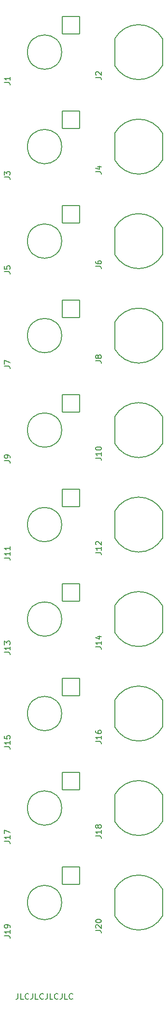
<source format=gto>
G04 #@! TF.GenerationSoftware,KiCad,Pcbnew,8.0.3*
G04 #@! TF.CreationDate,2024-06-29T16:07:53+02:00*
G04 #@! TF.ProjectId,DMH_Adapter_Mult_PCB,444d485f-4164-4617-9074-65725f4d756c,1*
G04 #@! TF.SameCoordinates,Original*
G04 #@! TF.FileFunction,Legend,Top*
G04 #@! TF.FilePolarity,Positive*
%FSLAX46Y46*%
G04 Gerber Fmt 4.6, Leading zero omitted, Abs format (unit mm)*
G04 Created by KiCad (PCBNEW 8.0.3) date 2024-06-29 16:07:53*
%MOMM*%
%LPD*%
G01*
G04 APERTURE LIST*
G04 Aperture macros list*
%AMRoundRect*
0 Rectangle with rounded corners*
0 $1 Rounding radius*
0 $2 $3 $4 $5 $6 $7 $8 $9 X,Y pos of 4 corners*
0 Add a 4 corners polygon primitive as box body*
4,1,4,$2,$3,$4,$5,$6,$7,$8,$9,$2,$3,0*
0 Add four circle primitives for the rounded corners*
1,1,$1+$1,$2,$3*
1,1,$1+$1,$4,$5*
1,1,$1+$1,$6,$7*
1,1,$1+$1,$8,$9*
0 Add four rect primitives between the rounded corners*
20,1,$1+$1,$2,$3,$4,$5,0*
20,1,$1+$1,$4,$5,$6,$7,0*
20,1,$1+$1,$6,$7,$8,$9,0*
20,1,$1+$1,$8,$9,$2,$3,0*%
%AMHorizOval*
0 Thick line with rounded ends*
0 $1 width*
0 $2 $3 position (X,Y) of the first rounded end (center of the circle)*
0 $4 $5 position (X,Y) of the second rounded end (center of the circle)*
0 Add line between two ends*
20,1,$1,$2,$3,$4,$5,0*
0 Add two circle primitives to create the rounded ends*
1,1,$1,$2,$3*
1,1,$1,$4,$5*%
G04 Aperture macros list end*
%ADD10C,0.150000*%
%ADD11RoundRect,0.102000X1.500000X-1.500000X1.500000X1.500000X-1.500000X1.500000X-1.500000X-1.500000X0*%
%ADD12C,3.204000*%
%ADD13C,2.304000*%
%ADD14HorizOval,1.712000X-0.533159X0.533159X0.533159X-0.533159X0*%
%ADD15O,3.220000X1.712000*%
%ADD16O,1.712000X3.220000*%
%ADD17R,1.700000X1.700000*%
%ADD18O,1.700000X1.700000*%
%ADD19RoundRect,0.250000X0.600000X0.600000X-0.600000X0.600000X-0.600000X-0.600000X0.600000X-0.600000X0*%
%ADD20C,1.700000*%
G04 APERTURE END LIST*
D10*
X67855951Y-217379819D02*
X67855951Y-218094104D01*
X67855951Y-218094104D02*
X67808332Y-218236961D01*
X67808332Y-218236961D02*
X67713094Y-218332200D01*
X67713094Y-218332200D02*
X67570237Y-218379819D01*
X67570237Y-218379819D02*
X67474999Y-218379819D01*
X68808332Y-218379819D02*
X68332142Y-218379819D01*
X68332142Y-218379819D02*
X68332142Y-217379819D01*
X69713094Y-218284580D02*
X69665475Y-218332200D01*
X69665475Y-218332200D02*
X69522618Y-218379819D01*
X69522618Y-218379819D02*
X69427380Y-218379819D01*
X69427380Y-218379819D02*
X69284523Y-218332200D01*
X69284523Y-218332200D02*
X69189285Y-218236961D01*
X69189285Y-218236961D02*
X69141666Y-218141723D01*
X69141666Y-218141723D02*
X69094047Y-217951247D01*
X69094047Y-217951247D02*
X69094047Y-217808390D01*
X69094047Y-217808390D02*
X69141666Y-217617914D01*
X69141666Y-217617914D02*
X69189285Y-217522676D01*
X69189285Y-217522676D02*
X69284523Y-217427438D01*
X69284523Y-217427438D02*
X69427380Y-217379819D01*
X69427380Y-217379819D02*
X69522618Y-217379819D01*
X69522618Y-217379819D02*
X69665475Y-217427438D01*
X69665475Y-217427438D02*
X69713094Y-217475057D01*
X70427380Y-217379819D02*
X70427380Y-218094104D01*
X70427380Y-218094104D02*
X70379761Y-218236961D01*
X70379761Y-218236961D02*
X70284523Y-218332200D01*
X70284523Y-218332200D02*
X70141666Y-218379819D01*
X70141666Y-218379819D02*
X70046428Y-218379819D01*
X71379761Y-218379819D02*
X70903571Y-218379819D01*
X70903571Y-218379819D02*
X70903571Y-217379819D01*
X72284523Y-218284580D02*
X72236904Y-218332200D01*
X72236904Y-218332200D02*
X72094047Y-218379819D01*
X72094047Y-218379819D02*
X71998809Y-218379819D01*
X71998809Y-218379819D02*
X71855952Y-218332200D01*
X71855952Y-218332200D02*
X71760714Y-218236961D01*
X71760714Y-218236961D02*
X71713095Y-218141723D01*
X71713095Y-218141723D02*
X71665476Y-217951247D01*
X71665476Y-217951247D02*
X71665476Y-217808390D01*
X71665476Y-217808390D02*
X71713095Y-217617914D01*
X71713095Y-217617914D02*
X71760714Y-217522676D01*
X71760714Y-217522676D02*
X71855952Y-217427438D01*
X71855952Y-217427438D02*
X71998809Y-217379819D01*
X71998809Y-217379819D02*
X72094047Y-217379819D01*
X72094047Y-217379819D02*
X72236904Y-217427438D01*
X72236904Y-217427438D02*
X72284523Y-217475057D01*
X72998809Y-217379819D02*
X72998809Y-218094104D01*
X72998809Y-218094104D02*
X72951190Y-218236961D01*
X72951190Y-218236961D02*
X72855952Y-218332200D01*
X72855952Y-218332200D02*
X72713095Y-218379819D01*
X72713095Y-218379819D02*
X72617857Y-218379819D01*
X73951190Y-218379819D02*
X73475000Y-218379819D01*
X73475000Y-218379819D02*
X73475000Y-217379819D01*
X74855952Y-218284580D02*
X74808333Y-218332200D01*
X74808333Y-218332200D02*
X74665476Y-218379819D01*
X74665476Y-218379819D02*
X74570238Y-218379819D01*
X74570238Y-218379819D02*
X74427381Y-218332200D01*
X74427381Y-218332200D02*
X74332143Y-218236961D01*
X74332143Y-218236961D02*
X74284524Y-218141723D01*
X74284524Y-218141723D02*
X74236905Y-217951247D01*
X74236905Y-217951247D02*
X74236905Y-217808390D01*
X74236905Y-217808390D02*
X74284524Y-217617914D01*
X74284524Y-217617914D02*
X74332143Y-217522676D01*
X74332143Y-217522676D02*
X74427381Y-217427438D01*
X74427381Y-217427438D02*
X74570238Y-217379819D01*
X74570238Y-217379819D02*
X74665476Y-217379819D01*
X74665476Y-217379819D02*
X74808333Y-217427438D01*
X74808333Y-217427438D02*
X74855952Y-217475057D01*
X75570238Y-217379819D02*
X75570238Y-218094104D01*
X75570238Y-218094104D02*
X75522619Y-218236961D01*
X75522619Y-218236961D02*
X75427381Y-218332200D01*
X75427381Y-218332200D02*
X75284524Y-218379819D01*
X75284524Y-218379819D02*
X75189286Y-218379819D01*
X76522619Y-218379819D02*
X76046429Y-218379819D01*
X76046429Y-218379819D02*
X76046429Y-217379819D01*
X77427381Y-218284580D02*
X77379762Y-218332200D01*
X77379762Y-218332200D02*
X77236905Y-218379819D01*
X77236905Y-218379819D02*
X77141667Y-218379819D01*
X77141667Y-218379819D02*
X76998810Y-218332200D01*
X76998810Y-218332200D02*
X76903572Y-218236961D01*
X76903572Y-218236961D02*
X76855953Y-218141723D01*
X76855953Y-218141723D02*
X76808334Y-217951247D01*
X76808334Y-217951247D02*
X76808334Y-217808390D01*
X76808334Y-217808390D02*
X76855953Y-217617914D01*
X76855953Y-217617914D02*
X76903572Y-217522676D01*
X76903572Y-217522676D02*
X76998810Y-217427438D01*
X76998810Y-217427438D02*
X77141667Y-217379819D01*
X77141667Y-217379819D02*
X77236905Y-217379819D01*
X77236905Y-217379819D02*
X77379762Y-217427438D01*
X77379762Y-217427438D02*
X77427381Y-217475057D01*
X65454819Y-58333333D02*
X66169104Y-58333333D01*
X66169104Y-58333333D02*
X66311961Y-58380952D01*
X66311961Y-58380952D02*
X66407200Y-58476190D01*
X66407200Y-58476190D02*
X66454819Y-58619047D01*
X66454819Y-58619047D02*
X66454819Y-58714285D01*
X66454819Y-57333333D02*
X66454819Y-57904761D01*
X66454819Y-57619047D02*
X65454819Y-57619047D01*
X65454819Y-57619047D02*
X65597676Y-57714285D01*
X65597676Y-57714285D02*
X65692914Y-57809523D01*
X65692914Y-57809523D02*
X65740533Y-57904761D01*
X65454819Y-91333333D02*
X66169104Y-91333333D01*
X66169104Y-91333333D02*
X66311961Y-91380952D01*
X66311961Y-91380952D02*
X66407200Y-91476190D01*
X66407200Y-91476190D02*
X66454819Y-91619047D01*
X66454819Y-91619047D02*
X66454819Y-91714285D01*
X65454819Y-90380952D02*
X65454819Y-90857142D01*
X65454819Y-90857142D02*
X65931009Y-90904761D01*
X65931009Y-90904761D02*
X65883390Y-90857142D01*
X65883390Y-90857142D02*
X65835771Y-90761904D01*
X65835771Y-90761904D02*
X65835771Y-90523809D01*
X65835771Y-90523809D02*
X65883390Y-90428571D01*
X65883390Y-90428571D02*
X65931009Y-90380952D01*
X65931009Y-90380952D02*
X66026247Y-90333333D01*
X66026247Y-90333333D02*
X66264342Y-90333333D01*
X66264342Y-90333333D02*
X66359580Y-90380952D01*
X66359580Y-90380952D02*
X66407200Y-90428571D01*
X66407200Y-90428571D02*
X66454819Y-90523809D01*
X66454819Y-90523809D02*
X66454819Y-90761904D01*
X66454819Y-90761904D02*
X66407200Y-90857142D01*
X66407200Y-90857142D02*
X66359580Y-90904761D01*
X65454819Y-174309523D02*
X66169104Y-174309523D01*
X66169104Y-174309523D02*
X66311961Y-174357142D01*
X66311961Y-174357142D02*
X66407200Y-174452380D01*
X66407200Y-174452380D02*
X66454819Y-174595237D01*
X66454819Y-174595237D02*
X66454819Y-174690475D01*
X66454819Y-173309523D02*
X66454819Y-173880951D01*
X66454819Y-173595237D02*
X65454819Y-173595237D01*
X65454819Y-173595237D02*
X65597676Y-173690475D01*
X65597676Y-173690475D02*
X65692914Y-173785713D01*
X65692914Y-173785713D02*
X65740533Y-173880951D01*
X65454819Y-172404761D02*
X65454819Y-172880951D01*
X65454819Y-172880951D02*
X65931009Y-172928570D01*
X65931009Y-172928570D02*
X65883390Y-172880951D01*
X65883390Y-172880951D02*
X65835771Y-172785713D01*
X65835771Y-172785713D02*
X65835771Y-172547618D01*
X65835771Y-172547618D02*
X65883390Y-172452380D01*
X65883390Y-172452380D02*
X65931009Y-172404761D01*
X65931009Y-172404761D02*
X66026247Y-172357142D01*
X66026247Y-172357142D02*
X66264342Y-172357142D01*
X66264342Y-172357142D02*
X66359580Y-172404761D01*
X66359580Y-172404761D02*
X66407200Y-172452380D01*
X66407200Y-172452380D02*
X66454819Y-172547618D01*
X66454819Y-172547618D02*
X66454819Y-172785713D01*
X66454819Y-172785713D02*
X66407200Y-172880951D01*
X66407200Y-172880951D02*
X66359580Y-172928570D01*
X65454819Y-124333333D02*
X66169104Y-124333333D01*
X66169104Y-124333333D02*
X66311961Y-124380952D01*
X66311961Y-124380952D02*
X66407200Y-124476190D01*
X66407200Y-124476190D02*
X66454819Y-124619047D01*
X66454819Y-124619047D02*
X66454819Y-124714285D01*
X66454819Y-123809523D02*
X66454819Y-123619047D01*
X66454819Y-123619047D02*
X66407200Y-123523809D01*
X66407200Y-123523809D02*
X66359580Y-123476190D01*
X66359580Y-123476190D02*
X66216723Y-123380952D01*
X66216723Y-123380952D02*
X66026247Y-123333333D01*
X66026247Y-123333333D02*
X65645295Y-123333333D01*
X65645295Y-123333333D02*
X65550057Y-123380952D01*
X65550057Y-123380952D02*
X65502438Y-123428571D01*
X65502438Y-123428571D02*
X65454819Y-123523809D01*
X65454819Y-123523809D02*
X65454819Y-123714285D01*
X65454819Y-123714285D02*
X65502438Y-123809523D01*
X65502438Y-123809523D02*
X65550057Y-123857142D01*
X65550057Y-123857142D02*
X65645295Y-123904761D01*
X65645295Y-123904761D02*
X65883390Y-123904761D01*
X65883390Y-123904761D02*
X65978628Y-123857142D01*
X65978628Y-123857142D02*
X66026247Y-123809523D01*
X66026247Y-123809523D02*
X66073866Y-123714285D01*
X66073866Y-123714285D02*
X66073866Y-123523809D01*
X66073866Y-123523809D02*
X66026247Y-123428571D01*
X66026247Y-123428571D02*
X65978628Y-123380952D01*
X65978628Y-123380952D02*
X65883390Y-123333333D01*
X65454819Y-207309523D02*
X66169104Y-207309523D01*
X66169104Y-207309523D02*
X66311961Y-207357142D01*
X66311961Y-207357142D02*
X66407200Y-207452380D01*
X66407200Y-207452380D02*
X66454819Y-207595237D01*
X66454819Y-207595237D02*
X66454819Y-207690475D01*
X66454819Y-206309523D02*
X66454819Y-206880951D01*
X66454819Y-206595237D02*
X65454819Y-206595237D01*
X65454819Y-206595237D02*
X65597676Y-206690475D01*
X65597676Y-206690475D02*
X65692914Y-206785713D01*
X65692914Y-206785713D02*
X65740533Y-206880951D01*
X66454819Y-205833332D02*
X66454819Y-205642856D01*
X66454819Y-205642856D02*
X66407200Y-205547618D01*
X66407200Y-205547618D02*
X66359580Y-205499999D01*
X66359580Y-205499999D02*
X66216723Y-205404761D01*
X66216723Y-205404761D02*
X66026247Y-205357142D01*
X66026247Y-205357142D02*
X65645295Y-205357142D01*
X65645295Y-205357142D02*
X65550057Y-205404761D01*
X65550057Y-205404761D02*
X65502438Y-205452380D01*
X65502438Y-205452380D02*
X65454819Y-205547618D01*
X65454819Y-205547618D02*
X65454819Y-205738094D01*
X65454819Y-205738094D02*
X65502438Y-205833332D01*
X65502438Y-205833332D02*
X65550057Y-205880951D01*
X65550057Y-205880951D02*
X65645295Y-205928570D01*
X65645295Y-205928570D02*
X65883390Y-205928570D01*
X65883390Y-205928570D02*
X65978628Y-205880951D01*
X65978628Y-205880951D02*
X66026247Y-205833332D01*
X66026247Y-205833332D02*
X66073866Y-205738094D01*
X66073866Y-205738094D02*
X66073866Y-205547618D01*
X66073866Y-205547618D02*
X66026247Y-205452380D01*
X66026247Y-205452380D02*
X65978628Y-205404761D01*
X65978628Y-205404761D02*
X65883390Y-205357142D01*
X65454819Y-107833333D02*
X66169104Y-107833333D01*
X66169104Y-107833333D02*
X66311961Y-107880952D01*
X66311961Y-107880952D02*
X66407200Y-107976190D01*
X66407200Y-107976190D02*
X66454819Y-108119047D01*
X66454819Y-108119047D02*
X66454819Y-108214285D01*
X65454819Y-107452380D02*
X65454819Y-106785714D01*
X65454819Y-106785714D02*
X66454819Y-107214285D01*
X65454819Y-190809523D02*
X66169104Y-190809523D01*
X66169104Y-190809523D02*
X66311961Y-190857142D01*
X66311961Y-190857142D02*
X66407200Y-190952380D01*
X66407200Y-190952380D02*
X66454819Y-191095237D01*
X66454819Y-191095237D02*
X66454819Y-191190475D01*
X66454819Y-189809523D02*
X66454819Y-190380951D01*
X66454819Y-190095237D02*
X65454819Y-190095237D01*
X65454819Y-190095237D02*
X65597676Y-190190475D01*
X65597676Y-190190475D02*
X65692914Y-190285713D01*
X65692914Y-190285713D02*
X65740533Y-190380951D01*
X65454819Y-189476189D02*
X65454819Y-188809523D01*
X65454819Y-188809523D02*
X66454819Y-189238094D01*
X65454819Y-157809523D02*
X66169104Y-157809523D01*
X66169104Y-157809523D02*
X66311961Y-157857142D01*
X66311961Y-157857142D02*
X66407200Y-157952380D01*
X66407200Y-157952380D02*
X66454819Y-158095237D01*
X66454819Y-158095237D02*
X66454819Y-158190475D01*
X66454819Y-156809523D02*
X66454819Y-157380951D01*
X66454819Y-157095237D02*
X65454819Y-157095237D01*
X65454819Y-157095237D02*
X65597676Y-157190475D01*
X65597676Y-157190475D02*
X65692914Y-157285713D01*
X65692914Y-157285713D02*
X65740533Y-157380951D01*
X65454819Y-156476189D02*
X65454819Y-155857142D01*
X65454819Y-155857142D02*
X65835771Y-156190475D01*
X65835771Y-156190475D02*
X65835771Y-156047618D01*
X65835771Y-156047618D02*
X65883390Y-155952380D01*
X65883390Y-155952380D02*
X65931009Y-155904761D01*
X65931009Y-155904761D02*
X66026247Y-155857142D01*
X66026247Y-155857142D02*
X66264342Y-155857142D01*
X66264342Y-155857142D02*
X66359580Y-155904761D01*
X66359580Y-155904761D02*
X66407200Y-155952380D01*
X66407200Y-155952380D02*
X66454819Y-156047618D01*
X66454819Y-156047618D02*
X66454819Y-156333332D01*
X66454819Y-156333332D02*
X66407200Y-156428570D01*
X66407200Y-156428570D02*
X66359580Y-156476189D01*
X65454819Y-141309523D02*
X66169104Y-141309523D01*
X66169104Y-141309523D02*
X66311961Y-141357142D01*
X66311961Y-141357142D02*
X66407200Y-141452380D01*
X66407200Y-141452380D02*
X66454819Y-141595237D01*
X66454819Y-141595237D02*
X66454819Y-141690475D01*
X66454819Y-140309523D02*
X66454819Y-140880951D01*
X66454819Y-140595237D02*
X65454819Y-140595237D01*
X65454819Y-140595237D02*
X65597676Y-140690475D01*
X65597676Y-140690475D02*
X65692914Y-140785713D01*
X65692914Y-140785713D02*
X65740533Y-140880951D01*
X66454819Y-139357142D02*
X66454819Y-139928570D01*
X66454819Y-139642856D02*
X65454819Y-139642856D01*
X65454819Y-139642856D02*
X65597676Y-139738094D01*
X65597676Y-139738094D02*
X65692914Y-139833332D01*
X65692914Y-139833332D02*
X65740533Y-139928570D01*
X65454819Y-74833333D02*
X66169104Y-74833333D01*
X66169104Y-74833333D02*
X66311961Y-74880952D01*
X66311961Y-74880952D02*
X66407200Y-74976190D01*
X66407200Y-74976190D02*
X66454819Y-75119047D01*
X66454819Y-75119047D02*
X66454819Y-75214285D01*
X65454819Y-74452380D02*
X65454819Y-73833333D01*
X65454819Y-73833333D02*
X65835771Y-74166666D01*
X65835771Y-74166666D02*
X65835771Y-74023809D01*
X65835771Y-74023809D02*
X65883390Y-73928571D01*
X65883390Y-73928571D02*
X65931009Y-73880952D01*
X65931009Y-73880952D02*
X66026247Y-73833333D01*
X66026247Y-73833333D02*
X66264342Y-73833333D01*
X66264342Y-73833333D02*
X66359580Y-73880952D01*
X66359580Y-73880952D02*
X66407200Y-73928571D01*
X66407200Y-73928571D02*
X66454819Y-74023809D01*
X66454819Y-74023809D02*
X66454819Y-74309523D01*
X66454819Y-74309523D02*
X66407200Y-74404761D01*
X66407200Y-74404761D02*
X66359580Y-74452380D01*
X81454819Y-57408333D02*
X82169104Y-57408333D01*
X82169104Y-57408333D02*
X82311961Y-57455952D01*
X82311961Y-57455952D02*
X82407200Y-57551190D01*
X82407200Y-57551190D02*
X82454819Y-57694047D01*
X82454819Y-57694047D02*
X82454819Y-57789285D01*
X81550057Y-56979761D02*
X81502438Y-56932142D01*
X81502438Y-56932142D02*
X81454819Y-56836904D01*
X81454819Y-56836904D02*
X81454819Y-56598809D01*
X81454819Y-56598809D02*
X81502438Y-56503571D01*
X81502438Y-56503571D02*
X81550057Y-56455952D01*
X81550057Y-56455952D02*
X81645295Y-56408333D01*
X81645295Y-56408333D02*
X81740533Y-56408333D01*
X81740533Y-56408333D02*
X81883390Y-56455952D01*
X81883390Y-56455952D02*
X82454819Y-57027380D01*
X82454819Y-57027380D02*
X82454819Y-56408333D01*
X81454819Y-90408333D02*
X82169104Y-90408333D01*
X82169104Y-90408333D02*
X82311961Y-90455952D01*
X82311961Y-90455952D02*
X82407200Y-90551190D01*
X82407200Y-90551190D02*
X82454819Y-90694047D01*
X82454819Y-90694047D02*
X82454819Y-90789285D01*
X81454819Y-89503571D02*
X81454819Y-89694047D01*
X81454819Y-89694047D02*
X81502438Y-89789285D01*
X81502438Y-89789285D02*
X81550057Y-89836904D01*
X81550057Y-89836904D02*
X81692914Y-89932142D01*
X81692914Y-89932142D02*
X81883390Y-89979761D01*
X81883390Y-89979761D02*
X82264342Y-89979761D01*
X82264342Y-89979761D02*
X82359580Y-89932142D01*
X82359580Y-89932142D02*
X82407200Y-89884523D01*
X82407200Y-89884523D02*
X82454819Y-89789285D01*
X82454819Y-89789285D02*
X82454819Y-89598809D01*
X82454819Y-89598809D02*
X82407200Y-89503571D01*
X82407200Y-89503571D02*
X82359580Y-89455952D01*
X82359580Y-89455952D02*
X82264342Y-89408333D01*
X82264342Y-89408333D02*
X82026247Y-89408333D01*
X82026247Y-89408333D02*
X81931009Y-89455952D01*
X81931009Y-89455952D02*
X81883390Y-89503571D01*
X81883390Y-89503571D02*
X81835771Y-89598809D01*
X81835771Y-89598809D02*
X81835771Y-89789285D01*
X81835771Y-89789285D02*
X81883390Y-89884523D01*
X81883390Y-89884523D02*
X81931009Y-89932142D01*
X81931009Y-89932142D02*
X82026247Y-89979761D01*
X81454819Y-206384523D02*
X82169104Y-206384523D01*
X82169104Y-206384523D02*
X82311961Y-206432142D01*
X82311961Y-206432142D02*
X82407200Y-206527380D01*
X82407200Y-206527380D02*
X82454819Y-206670237D01*
X82454819Y-206670237D02*
X82454819Y-206765475D01*
X81550057Y-205955951D02*
X81502438Y-205908332D01*
X81502438Y-205908332D02*
X81454819Y-205813094D01*
X81454819Y-205813094D02*
X81454819Y-205574999D01*
X81454819Y-205574999D02*
X81502438Y-205479761D01*
X81502438Y-205479761D02*
X81550057Y-205432142D01*
X81550057Y-205432142D02*
X81645295Y-205384523D01*
X81645295Y-205384523D02*
X81740533Y-205384523D01*
X81740533Y-205384523D02*
X81883390Y-205432142D01*
X81883390Y-205432142D02*
X82454819Y-206003570D01*
X82454819Y-206003570D02*
X82454819Y-205384523D01*
X81454819Y-204765475D02*
X81454819Y-204670237D01*
X81454819Y-204670237D02*
X81502438Y-204574999D01*
X81502438Y-204574999D02*
X81550057Y-204527380D01*
X81550057Y-204527380D02*
X81645295Y-204479761D01*
X81645295Y-204479761D02*
X81835771Y-204432142D01*
X81835771Y-204432142D02*
X82073866Y-204432142D01*
X82073866Y-204432142D02*
X82264342Y-204479761D01*
X82264342Y-204479761D02*
X82359580Y-204527380D01*
X82359580Y-204527380D02*
X82407200Y-204574999D01*
X82407200Y-204574999D02*
X82454819Y-204670237D01*
X82454819Y-204670237D02*
X82454819Y-204765475D01*
X82454819Y-204765475D02*
X82407200Y-204860713D01*
X82407200Y-204860713D02*
X82359580Y-204908332D01*
X82359580Y-204908332D02*
X82264342Y-204955951D01*
X82264342Y-204955951D02*
X82073866Y-205003570D01*
X82073866Y-205003570D02*
X81835771Y-205003570D01*
X81835771Y-205003570D02*
X81645295Y-204955951D01*
X81645295Y-204955951D02*
X81550057Y-204908332D01*
X81550057Y-204908332D02*
X81502438Y-204860713D01*
X81502438Y-204860713D02*
X81454819Y-204765475D01*
X81454819Y-106908333D02*
X82169104Y-106908333D01*
X82169104Y-106908333D02*
X82311961Y-106955952D01*
X82311961Y-106955952D02*
X82407200Y-107051190D01*
X82407200Y-107051190D02*
X82454819Y-107194047D01*
X82454819Y-107194047D02*
X82454819Y-107289285D01*
X81883390Y-106289285D02*
X81835771Y-106384523D01*
X81835771Y-106384523D02*
X81788152Y-106432142D01*
X81788152Y-106432142D02*
X81692914Y-106479761D01*
X81692914Y-106479761D02*
X81645295Y-106479761D01*
X81645295Y-106479761D02*
X81550057Y-106432142D01*
X81550057Y-106432142D02*
X81502438Y-106384523D01*
X81502438Y-106384523D02*
X81454819Y-106289285D01*
X81454819Y-106289285D02*
X81454819Y-106098809D01*
X81454819Y-106098809D02*
X81502438Y-106003571D01*
X81502438Y-106003571D02*
X81550057Y-105955952D01*
X81550057Y-105955952D02*
X81645295Y-105908333D01*
X81645295Y-105908333D02*
X81692914Y-105908333D01*
X81692914Y-105908333D02*
X81788152Y-105955952D01*
X81788152Y-105955952D02*
X81835771Y-106003571D01*
X81835771Y-106003571D02*
X81883390Y-106098809D01*
X81883390Y-106098809D02*
X81883390Y-106289285D01*
X81883390Y-106289285D02*
X81931009Y-106384523D01*
X81931009Y-106384523D02*
X81978628Y-106432142D01*
X81978628Y-106432142D02*
X82073866Y-106479761D01*
X82073866Y-106479761D02*
X82264342Y-106479761D01*
X82264342Y-106479761D02*
X82359580Y-106432142D01*
X82359580Y-106432142D02*
X82407200Y-106384523D01*
X82407200Y-106384523D02*
X82454819Y-106289285D01*
X82454819Y-106289285D02*
X82454819Y-106098809D01*
X82454819Y-106098809D02*
X82407200Y-106003571D01*
X82407200Y-106003571D02*
X82359580Y-105955952D01*
X82359580Y-105955952D02*
X82264342Y-105908333D01*
X82264342Y-105908333D02*
X82073866Y-105908333D01*
X82073866Y-105908333D02*
X81978628Y-105955952D01*
X81978628Y-105955952D02*
X81931009Y-106003571D01*
X81931009Y-106003571D02*
X81883390Y-106098809D01*
X81454819Y-140384523D02*
X82169104Y-140384523D01*
X82169104Y-140384523D02*
X82311961Y-140432142D01*
X82311961Y-140432142D02*
X82407200Y-140527380D01*
X82407200Y-140527380D02*
X82454819Y-140670237D01*
X82454819Y-140670237D02*
X82454819Y-140765475D01*
X82454819Y-139384523D02*
X82454819Y-139955951D01*
X82454819Y-139670237D02*
X81454819Y-139670237D01*
X81454819Y-139670237D02*
X81597676Y-139765475D01*
X81597676Y-139765475D02*
X81692914Y-139860713D01*
X81692914Y-139860713D02*
X81740533Y-139955951D01*
X81550057Y-139003570D02*
X81502438Y-138955951D01*
X81502438Y-138955951D02*
X81454819Y-138860713D01*
X81454819Y-138860713D02*
X81454819Y-138622618D01*
X81454819Y-138622618D02*
X81502438Y-138527380D01*
X81502438Y-138527380D02*
X81550057Y-138479761D01*
X81550057Y-138479761D02*
X81645295Y-138432142D01*
X81645295Y-138432142D02*
X81740533Y-138432142D01*
X81740533Y-138432142D02*
X81883390Y-138479761D01*
X81883390Y-138479761D02*
X82454819Y-139051189D01*
X82454819Y-139051189D02*
X82454819Y-138432142D01*
X81454819Y-156884523D02*
X82169104Y-156884523D01*
X82169104Y-156884523D02*
X82311961Y-156932142D01*
X82311961Y-156932142D02*
X82407200Y-157027380D01*
X82407200Y-157027380D02*
X82454819Y-157170237D01*
X82454819Y-157170237D02*
X82454819Y-157265475D01*
X82454819Y-155884523D02*
X82454819Y-156455951D01*
X82454819Y-156170237D02*
X81454819Y-156170237D01*
X81454819Y-156170237D02*
X81597676Y-156265475D01*
X81597676Y-156265475D02*
X81692914Y-156360713D01*
X81692914Y-156360713D02*
X81740533Y-156455951D01*
X81788152Y-155027380D02*
X82454819Y-155027380D01*
X81407200Y-155265475D02*
X82121485Y-155503570D01*
X82121485Y-155503570D02*
X82121485Y-154884523D01*
X81454819Y-123884523D02*
X82169104Y-123884523D01*
X82169104Y-123884523D02*
X82311961Y-123932142D01*
X82311961Y-123932142D02*
X82407200Y-124027380D01*
X82407200Y-124027380D02*
X82454819Y-124170237D01*
X82454819Y-124170237D02*
X82454819Y-124265475D01*
X82454819Y-122884523D02*
X82454819Y-123455951D01*
X82454819Y-123170237D02*
X81454819Y-123170237D01*
X81454819Y-123170237D02*
X81597676Y-123265475D01*
X81597676Y-123265475D02*
X81692914Y-123360713D01*
X81692914Y-123360713D02*
X81740533Y-123455951D01*
X81454819Y-122265475D02*
X81454819Y-122170237D01*
X81454819Y-122170237D02*
X81502438Y-122074999D01*
X81502438Y-122074999D02*
X81550057Y-122027380D01*
X81550057Y-122027380D02*
X81645295Y-121979761D01*
X81645295Y-121979761D02*
X81835771Y-121932142D01*
X81835771Y-121932142D02*
X82073866Y-121932142D01*
X82073866Y-121932142D02*
X82264342Y-121979761D01*
X82264342Y-121979761D02*
X82359580Y-122027380D01*
X82359580Y-122027380D02*
X82407200Y-122074999D01*
X82407200Y-122074999D02*
X82454819Y-122170237D01*
X82454819Y-122170237D02*
X82454819Y-122265475D01*
X82454819Y-122265475D02*
X82407200Y-122360713D01*
X82407200Y-122360713D02*
X82359580Y-122408332D01*
X82359580Y-122408332D02*
X82264342Y-122455951D01*
X82264342Y-122455951D02*
X82073866Y-122503570D01*
X82073866Y-122503570D02*
X81835771Y-122503570D01*
X81835771Y-122503570D02*
X81645295Y-122455951D01*
X81645295Y-122455951D02*
X81550057Y-122408332D01*
X81550057Y-122408332D02*
X81502438Y-122360713D01*
X81502438Y-122360713D02*
X81454819Y-122265475D01*
X81454819Y-173384523D02*
X82169104Y-173384523D01*
X82169104Y-173384523D02*
X82311961Y-173432142D01*
X82311961Y-173432142D02*
X82407200Y-173527380D01*
X82407200Y-173527380D02*
X82454819Y-173670237D01*
X82454819Y-173670237D02*
X82454819Y-173765475D01*
X82454819Y-172384523D02*
X82454819Y-172955951D01*
X82454819Y-172670237D02*
X81454819Y-172670237D01*
X81454819Y-172670237D02*
X81597676Y-172765475D01*
X81597676Y-172765475D02*
X81692914Y-172860713D01*
X81692914Y-172860713D02*
X81740533Y-172955951D01*
X81454819Y-171527380D02*
X81454819Y-171717856D01*
X81454819Y-171717856D02*
X81502438Y-171813094D01*
X81502438Y-171813094D02*
X81550057Y-171860713D01*
X81550057Y-171860713D02*
X81692914Y-171955951D01*
X81692914Y-171955951D02*
X81883390Y-172003570D01*
X81883390Y-172003570D02*
X82264342Y-172003570D01*
X82264342Y-172003570D02*
X82359580Y-171955951D01*
X82359580Y-171955951D02*
X82407200Y-171908332D01*
X82407200Y-171908332D02*
X82454819Y-171813094D01*
X82454819Y-171813094D02*
X82454819Y-171622618D01*
X82454819Y-171622618D02*
X82407200Y-171527380D01*
X82407200Y-171527380D02*
X82359580Y-171479761D01*
X82359580Y-171479761D02*
X82264342Y-171432142D01*
X82264342Y-171432142D02*
X82026247Y-171432142D01*
X82026247Y-171432142D02*
X81931009Y-171479761D01*
X81931009Y-171479761D02*
X81883390Y-171527380D01*
X81883390Y-171527380D02*
X81835771Y-171622618D01*
X81835771Y-171622618D02*
X81835771Y-171813094D01*
X81835771Y-171813094D02*
X81883390Y-171908332D01*
X81883390Y-171908332D02*
X81931009Y-171955951D01*
X81931009Y-171955951D02*
X82026247Y-172003570D01*
X81454819Y-189884523D02*
X82169104Y-189884523D01*
X82169104Y-189884523D02*
X82311961Y-189932142D01*
X82311961Y-189932142D02*
X82407200Y-190027380D01*
X82407200Y-190027380D02*
X82454819Y-190170237D01*
X82454819Y-190170237D02*
X82454819Y-190265475D01*
X82454819Y-188884523D02*
X82454819Y-189455951D01*
X82454819Y-189170237D02*
X81454819Y-189170237D01*
X81454819Y-189170237D02*
X81597676Y-189265475D01*
X81597676Y-189265475D02*
X81692914Y-189360713D01*
X81692914Y-189360713D02*
X81740533Y-189455951D01*
X81883390Y-188313094D02*
X81835771Y-188408332D01*
X81835771Y-188408332D02*
X81788152Y-188455951D01*
X81788152Y-188455951D02*
X81692914Y-188503570D01*
X81692914Y-188503570D02*
X81645295Y-188503570D01*
X81645295Y-188503570D02*
X81550057Y-188455951D01*
X81550057Y-188455951D02*
X81502438Y-188408332D01*
X81502438Y-188408332D02*
X81454819Y-188313094D01*
X81454819Y-188313094D02*
X81454819Y-188122618D01*
X81454819Y-188122618D02*
X81502438Y-188027380D01*
X81502438Y-188027380D02*
X81550057Y-187979761D01*
X81550057Y-187979761D02*
X81645295Y-187932142D01*
X81645295Y-187932142D02*
X81692914Y-187932142D01*
X81692914Y-187932142D02*
X81788152Y-187979761D01*
X81788152Y-187979761D02*
X81835771Y-188027380D01*
X81835771Y-188027380D02*
X81883390Y-188122618D01*
X81883390Y-188122618D02*
X81883390Y-188313094D01*
X81883390Y-188313094D02*
X81931009Y-188408332D01*
X81931009Y-188408332D02*
X81978628Y-188455951D01*
X81978628Y-188455951D02*
X82073866Y-188503570D01*
X82073866Y-188503570D02*
X82264342Y-188503570D01*
X82264342Y-188503570D02*
X82359580Y-188455951D01*
X82359580Y-188455951D02*
X82407200Y-188408332D01*
X82407200Y-188408332D02*
X82454819Y-188313094D01*
X82454819Y-188313094D02*
X82454819Y-188122618D01*
X82454819Y-188122618D02*
X82407200Y-188027380D01*
X82407200Y-188027380D02*
X82359580Y-187979761D01*
X82359580Y-187979761D02*
X82264342Y-187932142D01*
X82264342Y-187932142D02*
X82073866Y-187932142D01*
X82073866Y-187932142D02*
X81978628Y-187979761D01*
X81978628Y-187979761D02*
X81931009Y-188027380D01*
X81931009Y-188027380D02*
X81883390Y-188122618D01*
X81454819Y-73908333D02*
X82169104Y-73908333D01*
X82169104Y-73908333D02*
X82311961Y-73955952D01*
X82311961Y-73955952D02*
X82407200Y-74051190D01*
X82407200Y-74051190D02*
X82454819Y-74194047D01*
X82454819Y-74194047D02*
X82454819Y-74289285D01*
X81788152Y-73003571D02*
X82454819Y-73003571D01*
X81407200Y-73241666D02*
X82121485Y-73479761D01*
X82121485Y-73479761D02*
X82121485Y-72860714D01*
X75500000Y-53000000D02*
G75*
G02*
X69500000Y-53000000I-3000000J0D01*
G01*
X69500000Y-53000000D02*
G75*
G02*
X75500000Y-53000000I3000000J0D01*
G01*
X75500000Y-86000000D02*
G75*
G02*
X69500000Y-86000000I-3000000J0D01*
G01*
X69500000Y-86000000D02*
G75*
G02*
X75500000Y-86000000I3000000J0D01*
G01*
X75500000Y-168500000D02*
G75*
G02*
X69500000Y-168500000I-3000000J0D01*
G01*
X69500000Y-168500000D02*
G75*
G02*
X75500000Y-168500000I3000000J0D01*
G01*
X75500000Y-119000000D02*
G75*
G02*
X69500000Y-119000000I-3000000J0D01*
G01*
X69500000Y-119000000D02*
G75*
G02*
X75500000Y-119000000I3000000J0D01*
G01*
X75500000Y-201500000D02*
G75*
G02*
X69500000Y-201500000I-3000000J0D01*
G01*
X69500000Y-201500000D02*
G75*
G02*
X75500000Y-201500000I3000000J0D01*
G01*
X75500000Y-102500000D02*
G75*
G02*
X69500000Y-102500000I-3000000J0D01*
G01*
X69500000Y-102500000D02*
G75*
G02*
X75500000Y-102500000I3000000J0D01*
G01*
X75500000Y-185000000D02*
G75*
G02*
X69500000Y-185000000I-3000000J0D01*
G01*
X69500000Y-185000000D02*
G75*
G02*
X75500000Y-185000000I3000000J0D01*
G01*
X75500000Y-152000000D02*
G75*
G02*
X69500000Y-152000000I-3000000J0D01*
G01*
X69500000Y-152000000D02*
G75*
G02*
X75500000Y-152000000I3000000J0D01*
G01*
X75500000Y-135500000D02*
G75*
G02*
X69500000Y-135500000I-3000000J0D01*
G01*
X69500000Y-135500000D02*
G75*
G02*
X75500000Y-135500000I3000000J0D01*
G01*
X75500000Y-69500000D02*
G75*
G02*
X69500000Y-69500000I-3000000J0D01*
G01*
X69500000Y-69500000D02*
G75*
G02*
X75500000Y-69500000I3000000J0D01*
G01*
X84800000Y-53000000D02*
X84800000Y-55350000D01*
X84800000Y-53000000D02*
X84800000Y-50650000D01*
X93200000Y-53000000D02*
X93200000Y-55350000D01*
X93200000Y-53000000D02*
X93200000Y-50650000D01*
X89000000Y-57800000D02*
G75*
G02*
X84811121Y-55343778I0J4800000D01*
G01*
X93188879Y-55343778D02*
G75*
G02*
X89000000Y-57800000I-4188879J2343778D01*
G01*
X84811121Y-50656222D02*
G75*
G02*
X89000000Y-48200000I4188881J-2343781D01*
G01*
X89000000Y-48200000D02*
G75*
G02*
X93188879Y-50656222I-2J-4800003D01*
G01*
X84800000Y-86000000D02*
X84800000Y-88350000D01*
X84800000Y-86000000D02*
X84800000Y-83650000D01*
X93200000Y-86000000D02*
X93200000Y-88350000D01*
X93200000Y-86000000D02*
X93200000Y-83650000D01*
X89000000Y-90800000D02*
G75*
G02*
X84811121Y-88343778I0J4800000D01*
G01*
X93188879Y-88343778D02*
G75*
G02*
X89000000Y-90800000I-4188879J2343778D01*
G01*
X84811121Y-83656222D02*
G75*
G02*
X89000000Y-81200000I4188881J-2343781D01*
G01*
X89000000Y-81200000D02*
G75*
G02*
X93188879Y-83656222I-2J-4800003D01*
G01*
X84800000Y-201500000D02*
X84800000Y-203850000D01*
X84800000Y-201500000D02*
X84800000Y-199150000D01*
X93200000Y-201500000D02*
X93200000Y-203850000D01*
X93200000Y-201500000D02*
X93200000Y-199150000D01*
X89000000Y-206300000D02*
G75*
G02*
X84811121Y-203843778I0J4800000D01*
G01*
X93188879Y-203843778D02*
G75*
G02*
X89000000Y-206300000I-4188879J2343778D01*
G01*
X84811121Y-199156222D02*
G75*
G02*
X89000000Y-196700000I4188881J-2343781D01*
G01*
X89000000Y-196700000D02*
G75*
G02*
X93188879Y-199156222I-2J-4800003D01*
G01*
X84800000Y-102500000D02*
X84800000Y-104850000D01*
X84800000Y-102500000D02*
X84800000Y-100150000D01*
X93200000Y-102500000D02*
X93200000Y-104850000D01*
X93200000Y-102500000D02*
X93200000Y-100150000D01*
X89000000Y-107300000D02*
G75*
G02*
X84811121Y-104843778I0J4800000D01*
G01*
X93188879Y-104843778D02*
G75*
G02*
X89000000Y-107300000I-4188879J2343778D01*
G01*
X84811121Y-100156222D02*
G75*
G02*
X89000000Y-97700000I4188881J-2343781D01*
G01*
X89000000Y-97700000D02*
G75*
G02*
X93188879Y-100156222I-2J-4800003D01*
G01*
X84800000Y-135500000D02*
X84800000Y-137850000D01*
X84800000Y-135500000D02*
X84800000Y-133150000D01*
X93200000Y-135500000D02*
X93200000Y-137850000D01*
X93200000Y-135500000D02*
X93200000Y-133150000D01*
X89000000Y-140300000D02*
G75*
G02*
X84811121Y-137843778I0J4800000D01*
G01*
X93188879Y-137843778D02*
G75*
G02*
X89000000Y-140300000I-4188879J2343778D01*
G01*
X84811121Y-133156222D02*
G75*
G02*
X89000000Y-130700000I4188881J-2343781D01*
G01*
X89000000Y-130700000D02*
G75*
G02*
X93188879Y-133156222I-2J-4800003D01*
G01*
X84800000Y-152000000D02*
X84800000Y-154350000D01*
X84800000Y-152000000D02*
X84800000Y-149650000D01*
X93200000Y-152000000D02*
X93200000Y-154350000D01*
X93200000Y-152000000D02*
X93200000Y-149650000D01*
X89000000Y-156800000D02*
G75*
G02*
X84811121Y-154343778I0J4800000D01*
G01*
X93188879Y-154343778D02*
G75*
G02*
X89000000Y-156800000I-4188879J2343778D01*
G01*
X84811121Y-149656222D02*
G75*
G02*
X89000000Y-147200000I4188881J-2343781D01*
G01*
X89000000Y-147200000D02*
G75*
G02*
X93188879Y-149656222I-2J-4800003D01*
G01*
X84800000Y-119000000D02*
X84800000Y-121350000D01*
X84800000Y-119000000D02*
X84800000Y-116650000D01*
X93200000Y-119000000D02*
X93200000Y-121350000D01*
X93200000Y-119000000D02*
X93200000Y-116650000D01*
X89000000Y-123800000D02*
G75*
G02*
X84811121Y-121343778I0J4800000D01*
G01*
X93188879Y-121343778D02*
G75*
G02*
X89000000Y-123800000I-4188879J2343778D01*
G01*
X84811121Y-116656222D02*
G75*
G02*
X89000000Y-114200000I4188881J-2343781D01*
G01*
X89000000Y-114200000D02*
G75*
G02*
X93188879Y-116656222I-2J-4800003D01*
G01*
X84800000Y-168500000D02*
X84800000Y-170850000D01*
X84800000Y-168500000D02*
X84800000Y-166150000D01*
X93200000Y-168500000D02*
X93200000Y-170850000D01*
X93200000Y-168500000D02*
X93200000Y-166150000D01*
X89000000Y-173300000D02*
G75*
G02*
X84811121Y-170843778I0J4800000D01*
G01*
X93188879Y-170843778D02*
G75*
G02*
X89000000Y-173300000I-4188879J2343778D01*
G01*
X84811121Y-166156222D02*
G75*
G02*
X89000000Y-163700000I4188881J-2343781D01*
G01*
X89000000Y-163700000D02*
G75*
G02*
X93188879Y-166156222I-2J-4800003D01*
G01*
X84800000Y-185000000D02*
X84800000Y-187350000D01*
X84800000Y-185000000D02*
X84800000Y-182650000D01*
X93200000Y-185000000D02*
X93200000Y-187350000D01*
X93200000Y-185000000D02*
X93200000Y-182650000D01*
X89000000Y-189800000D02*
G75*
G02*
X84811121Y-187343778I0J4800000D01*
G01*
X93188879Y-187343778D02*
G75*
G02*
X89000000Y-189800000I-4188879J2343778D01*
G01*
X84811121Y-182656222D02*
G75*
G02*
X89000000Y-180200000I4188881J-2343781D01*
G01*
X89000000Y-180200000D02*
G75*
G02*
X93188879Y-182656222I-2J-4800003D01*
G01*
X84800000Y-69500000D02*
X84800000Y-71850000D01*
X84800000Y-69500000D02*
X84800000Y-67150000D01*
X93200000Y-69500000D02*
X93200000Y-71850000D01*
X93200000Y-69500000D02*
X93200000Y-67150000D01*
X89000000Y-74300000D02*
G75*
G02*
X84811121Y-71843778I0J4800000D01*
G01*
X93188879Y-71843778D02*
G75*
G02*
X89000000Y-74300000I-4188879J2343778D01*
G01*
X84811121Y-67156222D02*
G75*
G02*
X89000000Y-64700000I4188881J-2343781D01*
G01*
X89000000Y-64700000D02*
G75*
G02*
X93188879Y-67156222I-2J-4800003D01*
G01*
%LPC*%
D11*
X77170000Y-48330000D03*
D12*
X73060000Y-59380000D03*
D13*
X78880000Y-55400000D03*
D11*
X77170000Y-81330000D03*
D12*
X73060000Y-92380000D03*
D13*
X78880000Y-88400000D03*
D11*
X77170000Y-163830000D03*
D12*
X73060000Y-174880000D03*
D13*
X78880000Y-170900000D03*
D11*
X77170000Y-114330000D03*
D12*
X73060000Y-125380000D03*
D13*
X78880000Y-121400000D03*
D11*
X77170000Y-196830000D03*
D12*
X73060000Y-207880000D03*
D13*
X78880000Y-203900000D03*
D11*
X77170000Y-97830000D03*
D12*
X73060000Y-108880000D03*
D13*
X78880000Y-104900000D03*
D11*
X77170000Y-180330000D03*
D12*
X73060000Y-191380000D03*
D13*
X78880000Y-187400000D03*
D11*
X77170000Y-147330000D03*
D12*
X73060000Y-158380000D03*
D13*
X78880000Y-154400000D03*
D11*
X77170000Y-130830000D03*
D12*
X73060000Y-141880000D03*
D13*
X78880000Y-137900000D03*
D11*
X77170000Y-64830000D03*
D12*
X73060000Y-75880000D03*
D13*
X78880000Y-71900000D03*
D14*
X84403810Y-57596190D03*
D15*
X88500000Y-46500000D03*
D16*
X82500000Y-50500000D03*
D14*
X84403810Y-90596190D03*
D15*
X88500000Y-79500000D03*
D16*
X82500000Y-83500000D03*
D14*
X84403810Y-206096190D03*
D15*
X88500000Y-195000000D03*
D16*
X82500000Y-199000000D03*
D14*
X84403810Y-107096190D03*
D15*
X88500000Y-96000000D03*
D16*
X82500000Y-100000000D03*
D14*
X84403810Y-140096190D03*
D15*
X88500000Y-129000000D03*
D16*
X82500000Y-133000000D03*
D14*
X84403810Y-156596190D03*
D15*
X88500000Y-145500000D03*
D16*
X82500000Y-149500000D03*
D14*
X84403810Y-123596190D03*
D15*
X88500000Y-112500000D03*
D16*
X82500000Y-116500000D03*
D14*
X84403810Y-173096190D03*
D15*
X88500000Y-162000000D03*
D16*
X82500000Y-166000000D03*
D14*
X84403810Y-189596190D03*
D15*
X88500000Y-178500000D03*
D16*
X82500000Y-182500000D03*
D14*
X84403810Y-74096190D03*
D15*
X88500000Y-63000000D03*
D16*
X82500000Y-67000000D03*
D17*
X60500000Y-86000000D03*
X61500000Y-189980000D03*
D18*
X61500000Y-192520000D03*
X61500000Y-195060000D03*
X61500000Y-197600000D03*
X61500000Y-200140000D03*
X61500000Y-202680000D03*
X61500000Y-205220000D03*
X61500000Y-207760000D03*
D17*
X61775000Y-66975000D03*
D18*
X61775000Y-69515000D03*
X61775000Y-72055000D03*
X59235000Y-66975000D03*
X59235000Y-69515000D03*
X59235000Y-72055000D03*
D17*
X60500000Y-53000000D03*
X60500000Y-168500000D03*
X60500000Y-152000000D03*
D19*
X54752500Y-186110000D03*
D20*
X52212500Y-186110000D03*
X54752500Y-188650000D03*
X52212500Y-188650000D03*
X54752500Y-191190000D03*
X52212500Y-191190000D03*
X54752500Y-193730000D03*
X52212500Y-193730000D03*
X54752500Y-196270000D03*
X52212500Y-196270000D03*
X54752500Y-198810000D03*
X52212500Y-198810000D03*
X54752500Y-201350000D03*
X52212500Y-201350000D03*
X54752500Y-203890000D03*
X52212500Y-203890000D03*
D17*
X61775000Y-132975000D03*
D18*
X61775000Y-135515000D03*
X61775000Y-138055000D03*
X59235000Y-132975000D03*
X59235000Y-135515000D03*
X59235000Y-138055000D03*
D17*
X60500000Y-119000000D03*
X61775000Y-99975000D03*
D18*
X61775000Y-102515000D03*
X61775000Y-105055000D03*
X59235000Y-99975000D03*
X59235000Y-102515000D03*
X59235000Y-105055000D03*
%LPD*%
M02*

</source>
